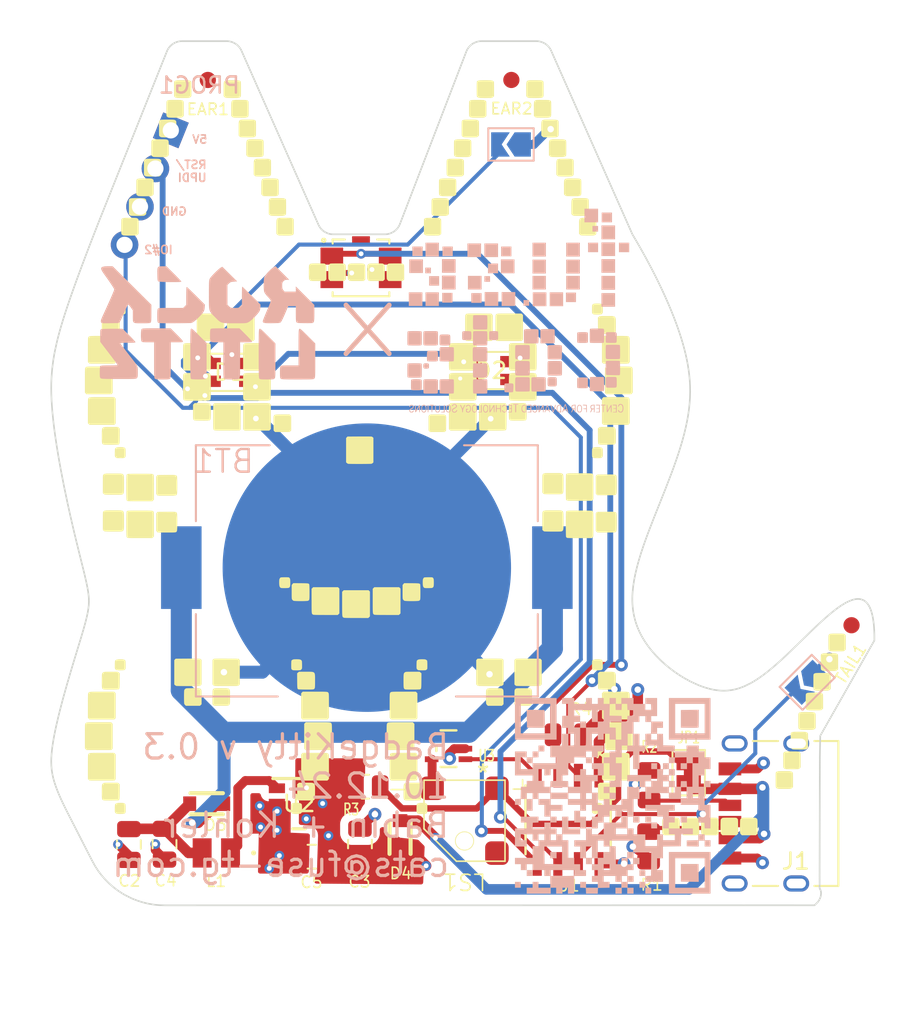
<source format=kicad_pcb>
(kicad_pcb (version 20240108) (generator "pcbnew") (generator_version "8.0")
  (layers (0 "F.Cu" mixed) (1 "In1.Cu" mixed) (2 "In2.Cu" mixed) (31 "B.Cu" mixed) (34 "B.Paste" user) (35 "F.Paste" user) (36 "B.SilkS" user "B.Silkscreen") (37 "F.SilkS" user "F.Silkscreen") (38 "B.Mask" user) (39 "F.Mask" user) (44 "Edge.Cuts" user))
  (net 0 "")
  (net 1 "GND")
  (net 2 "+5V")
  (net 3 "Net-(D1-DO)")
  (net 4 "+BATT")
  (net 6 "/PIN_1")
  (net 9 "/PIN_6")
  (net 10 "Net-(U2-SW)")
  (net 11 "/PIN_7")
  (net 12 "/PIN_2")
  (net 13 "/RST{slash}UPDI")
  (net 14 "Net-(J1-CC1)")
  (net 15 "Net-(J1-CC2)")
  (net 16 "Net-(D3-K)")
  (net 17 "VBUS")
  (net 18 "Net-(JP1-A)")
  (net 19 "Net-(LS1--)")
  (net 22 "/PIN_3")
  (footprint "UJC_HP2_3_SMT_TR:CUI_UJC-HP2-3-SMT-TR" (layer "F.Cu") (at 136.334032 127.256843 90)
    (property "Reference" "J1")
    (property "Value" "UJC-HP2-3-SMT-TR")
  )
  (footprint "Capacitor_SMD:C_0805_2012Metric" (layer "F.Cu") (at 97.349892 129.153005 -90)
    (property "Reference" "C4")
    (property "Value" "4.7uF")
  )
  (footprint "Resistor_SMD:R_0805_2012Metric" (layer "F.Cu") (at 122.237965 122.400053)
    (property "Reference" "R4")
    (property "Value" "5.1K")
  )
  (footprint "SD0805S040S0R5:SD0805" (layer "F.Cu") (at 111.884985 128.750356 90)
    (property "Reference" "D4")
    (property "Value" "SD0805S040S0R5" (hide yes))
  )
  (footprint "Resistor_SMD:R_0805_2012Metric" (layer "F.Cu") (at 127.254629 125.514545 -90)
    (property "Reference" "R2")
    (property "Value" "5.1K")
  )
  (footprint "Fiducial:Fiducial_1mm_Mask2mm" (layer "F.Cu") (at 118.75406 82)
    (property "Reference" "EAR2")
    (property "Value" "Fiducial")
  )
  (footprint "ATTINY412_SSNR:SOIC8_SA_SST_MCH" (layer "F.Cu") (at 122.256485 127.64697 -90)
    (property "Reference" "U1")
    (property "Value" "ATTINY412-SSNR")
  )
  (footprint "MK_Cards:KLJ-5030" (layer "F.Cu") (at 115.862173 127.702559 180)
    (property "Reference" "LS1")
    (property "Value" "KLJ-5030")
  )
  (footprint "Resistor_SMD:R_0805_2012Metric" (layer "F.Cu") (at 127.225324 129.288599 90)
    (property "Reference" "R1")
    (property "Value" "5.1K")
  )
  (footprint "Resistor_SMD:R_0805_2012Metric" (layer "F.Cu") (at 109.745003 125.602546 180)
    (property "Reference" "R3")
    (property "Value" "100")
  )
  (footprint "PTS840:SW_PTS840GMSMTRLFS" (layer "F.Cu") (at 109.474255 93.592968)
    (property "Reference" "S1" (hide yes))
    (property "Value" "PTS840_GM_SMTR_LFS")
  )
  (footprint "Capacitor_SMD:C_0805_2012Metric" (layer "F.Cu") (at 106.437851 129.924068 180)
    (property "Reference" "C5")
    (property "Value" "22uF")
  )
  (footprint "LED_SMD:LED_WS2812B-2020_PLCC4_2.0x2.0mm" (layer "F.Cu") (at 117.5003 99.929969 180)
    (property "Reference" "D2")
    (property "Value" "~")
  )
  (footprint "2SC4944_GR_TE85L_F:SOT-353   USV_TOS" (layer "F.Cu") (at 114.875472 123.259764 180)
    (property "Reference" "U3")
    (property "Value" "2SC4944-GRTE85L_F")
  )
  (footprint "Capacitor_SMD:C_0805_2012Metric" (layer "F.Cu") (at 109.409822 129.144695 90)
    (property "Reference" "C3")
    (property "Value" "10uF")
  )
  (footprint "Fiducial:Fiducial_1mm_Mask2mm" (layer "F.Cu") (at 100.021614 82)
    (property "Reference" "EAR1")
    (property "Value" "Fiducial")
  )
  (footprint "SD0805S040S0R5:SD0805" (layer "F.Cu") (at 99.952416 126.654069)
    (property "Reference" "D3")
    (property "Value" "SD0805S040S0R5" (hide yes))
  )
  (footprint "TPS613222ADBVR:DBV0005A_N" (layer "F.Cu") (at 105.658534 126.651493)
    (property "Reference" "U2")
    (property "Value" "TPS613222ADBVR")
  )
  (footprint "LED_SMD:LED_WS2812B-2020_PLCC4_2.0x2.0mm" (layer "F.Cu") (at 101.385493 100.041356 180)
    (property "Reference" "D1")
    (property "Value" "~")
  )
  (footprint "Fiducial:Fiducial_1mm_Mask2mm" (layer "F.Cu") (at 139.746526 115.642953)
    (property "Reference" "TAIL1")
    (property "Value" "Fiducial")
  )
  (footprint "LOGO" (layer "F.Cu") (at 115.699263 104.222502)
    (property "Reference" "G***" (hide yes))
    (property "Value" "LOGO" (hide yes))
  )
  (footprint "Capacitor_SMD:C_0805_2012Metric" (layer "F.Cu") (at 95.150061 129.170882 -90)
    (property "Reference" "C2")
    (property "Value" "10uF")
  )
  (footprint "Jumper:SolderJumper-2_P1.3mm_Bridged_Pad1.0x1.5mm" (layer "F.Cu") (at 129.697499 124.740731 -90)
    (property "Reference" "JP1")
    (property "Value" "SolderJumper_2_Bridged")
  )
  (footprint "MK_Cards:PinHeader_1x04_P2.54mm_Vertical_Stealth" (layer "F.Cu") (at 97.738012 85.108593 -22)
    (property "Reference" "PROG1")
    (property "Value" "Conn_01x04_Pin")
  )
  (footprint "DFE201612E_2R2M_P2:IND_DFE2016_MUR" (layer "F.Cu") (at 100.546813 129.691768 180)
    (property "Reference" "L1")
    (property "Value" "DFE201612E-2R2M=P2")
  )
  (footprint "Jumper:SolderJumper-2_P1.3mm_Open_TrianglePad1.0x1.5mm" (layer "B.Cu") (at 118.731431 85.979596 180)
    (property "Reference" "JP2" (hide yes))
    (property "Value" "SolderJumper_2_Open")
  )
  (footprint "Jumper:SolderJumper-2_P1.3mm_Open_TrianglePad1.0x1.5mm" (layer "B.Cu") (at 137.007584 119.164725 -135)
    (property "Reference" "JP3" (hide yes))
    (property "Value" "SolderJumper_2_Open")
  )
  (footprint "LOGO" (layer "B.Cu") (at 125.009944 126.167079 180)
    (property "Reference" "G***" (hide yes))
    (property "Value" "LOGO" (hide yes))
  )
  (footprint "LOGO" (layer "B.Cu") (at 118.844946 99.226216 180)
    (property "Reference" "G***" (hide yes))
    (property "Value" "LOGO" (hide yes))
  )
  (footprint "LOGO" (layer "B.Cu") (at 119.185615 92.9916 180)
    (property "Reference" "G***" (hide yes))
    (property "Value" "LOGO" (hide yes))
  )
  (footprint "LOGO" (layer "B.Cu") (at 99.8067 97.070011 180)
    (property "Reference" "G***" (hide yes))
    (property "Value" "LOGO" (hide yes))
  )
  (footprint "BAT-HLD-001:BAT_BAT-HLD-001" (layer "B.Cu") (at 109.834289 112.089549 180)
    (property "Reference" "BT1")
    (property "Value" "BAT-HLD-001")
  )
  (gr_poly (pts (xy 97.005547 132.913189) (xy 96.664726 132.877974) (xy 96.327442 132.819567) (xy 95.994881 132.738204) (xy 95.668236 132.634115) (xy 95.348797 132.507591) (xy 95.039162 132.35961) (xy 94.740837 132.191005) (xy 94.454845 132.00242) (xy 94.182213 131.79451) (xy 93.923977 131.567941) (xy 93.682079 131.324353) (xy 93.457817 131.065183) (xy 93.25193 130.791392) (xy 93.065155 130.503955) (xy 92.898231 130.203829) (xy 92.192543 128.825655) (xy 91.840557 128.138237) (xy 91.757805 127.976594) (xy 91.679905 127.824326) (xy 91.606613 127.680908) (xy 91.537693 127.545824) (xy 91.472916 127.418552) (xy 91.412048 127.29858) (xy 91.354847 127.185383) (xy 91.301079 127.078448) (xy 91.250511 126.977253) (xy 91.202904 126.88128) (xy 91.11565 126.702934) (xy 91.037426 126.539259) (xy 90.966358 126.386104) (xy 90.838158 126.09478) (xy 90.723663 125.813489) (xy 90.625408 125.547605) (xy 90.543392 125.295611) (xy 90.477463 125.055457) (xy 90.425957 124.817696) (xy 90.388699 124.575401) (xy 90.366062 124.32345) (xy 90.358433 124.056717) (xy 90.363312 123.831879) (xy 90.378384 123.589197) (xy 90.404194 123.326832) (xy 90.421257 123.187824) (xy 90.441135 123.043438) (xy 90.463848 122.893606) (xy 90.489388 122.738319) (xy 90.517735 122.577616) (xy 90.548859 122.411581) (xy 90.619183 122.064148) (xy 90.699757 121.697665) (xy 90.789772 121.31434) (xy 90.888241 120.91683) (xy 90.994072 120.508085) (xy 91.106064 120.091234) (xy 91.343452 119.24614) (xy 91.589726 118.40753) (xy 91.712692 117.998577) (xy 91.833649 117.600505) (xy 91.951164 117.216017) (xy 92.063858 116.847529) (xy 92.170387 116.497084) (xy 92.26947 116.166278) (xy 92.35994 115.856198) (xy 92.440712 115.567317) (xy 92.510864 115.299403) (xy 92.569618 115.051411) (xy 92.616375 114.821372) (xy 92.650745 114.606286) (xy 92.672565 114.40211) (xy 92.681869 114.203978) (xy 92.678871 114.006587) (xy 92.663921 113.80458) (xy 92.637505 113.592927) (xy 92.600174 113.367308) (xy 92.552551 113.124331) (xy 92.495312 112.861493) (xy 92.429188 112.577092) (xy 92.393036 112.426467) (xy 92.354954 112.27012) (xy 92.315044 112.108014) (xy 92.273411 111.94015) (xy 92.18541 111.58726) (xy 92.091835 111.211957) (xy 91.993576 110.815152) (xy 91.891544 110.398127) (xy 91.786682 109.96251) (xy 91.679916 109.510253) (xy 91.572174 109.043578) (xy 91.464378 108.564954) (xy 91.357452 108.077018) (xy 91.149715 107.084256) (xy 90.955719 106.087603) (xy 90.865822 105.594613) (xy 90.781593 105.108596) (xy 90.703686 104.631923) (xy 90.632687 104.166777) (xy 90.569115 103.71511) (xy 90.51342 103.278586) (xy 90.465973 102.8585) (xy 90.427059 102.455706) (xy 90.396843 102.070535) (xy 90.375389 101.702714) (xy 90.362633 101.351355) (xy 90.358433 101.015044) (xy 90.362251 100.703881) (xy 90.373535 100.40323) (xy 90.392029 100.111245) (xy 90.41748 99.826142) (xy 90.449642 99.546266) (xy 90.4883 99.2701) (xy 90.533245 98.996266) (xy 90.584301 98.723485) (xy 90.704025 98.176553) (xy 90.772385 97.900357) (xy 90.846218 97.621125) (xy 90.925396 97.338052) (xy 91.009796 97.050404) (xy 91.099312 96.757535) (xy 91.193851 96.458863) (xy 91.293316 96.153878) (xy 91.397629 95.842141) (xy 91.506714 95.523267) (xy 91.620514 95.196923) (xy 91.738983 94.862828) (xy 91.862053 94.520753) (xy 91.989689 94.170503) (xy 92.121857 93.811925) (xy 92.25853 93.444894) (xy 92.399677 93.069314) (xy 92.54528 92.685128) (xy 92.695328 92.292283) (xy 92.849792 91.890759) (xy 93.008682 91.480531) (xy 93.171989 91.061604) (xy 93.33971 90.633973) (xy 97.49633 80.234185) (xy 97.527281 80.164535) (xy 97.563037 80.098122) (xy 97.603344 80.035119) (xy 97.647944 79.975701) (xy 97.696583 79.920039) (xy 97.749003 79.868308) (xy 97.80495 79.820681) (xy 97.864166 79.777331) (xy 97.926397 79.738432) (xy 97.991386 79.704157) (xy 98.058877 79.67468) (xy 98.128614 79.650173) (xy 98.200341 79.63081) (xy 98.273802 79.616765) (xy 98.348742 79.608211) (xy 98.424904 79.605321) (xy 101.18523 79.605321) (xy 101.22222 79.606001) (xy 101.258962 79.608031) (xy 101.295426 79.611389) (xy 101.331584 79.616057) (xy 101.367406 79.622016) (xy 101.402862 79.629247) (xy 101.437922 79.63773) (xy 101.472558 79.647447) (xy 101.50674 79.658377) (xy 101.540438 79.670502) (xy 101.573623 79.683803) (xy 101.606265 79.69826) (xy 101.638335 79.713854) (xy 101.669803 79.730566) (xy 101.700639 79.748377) (xy 101.730815 79.767267) (xy 101.760301 79.787218) (xy 101.789067 79.808209) (xy 101.817084 79.830223) (xy 101.844321 79.853239) (xy 101.870751 79.877239) (xy 101.896343 79.902203) (xy 101.921067 79.928112) (xy 101.944895 79.954947) (xy 101.967796 79.982688) (xy 101.989741 80.011317) (xy 102.010701 80.040814) (xy 102.030647 80.07116) (xy 102.049548 80.102336) (xy 102.067375 80.134322) (xy 102.084099 80.1671) (xy 102.09969 80.20065) (xy 106.847366 90.929166) (xy 106.879682 90.995492) (xy 106.91641 91.058653) (xy 106.957316 91.118495) (xy 107.002163 91.174865) (xy 107.050716 91.227608) (xy 107.102737 91.276571) (xy 107.157992 91.3216) (xy 107.216243 91.362542) (xy 107.277256 91.399243) (xy 107.340793 91.431549) (xy 107.40662 91.459306) (xy 107.4745 91.482362) (xy 107.544196 91.500561) (xy 107.615473 91.513751) (xy 107.688095 91.521778) (xy 107.761826 91.524487) (xy 110.94536 91.524487) (xy 110.984007 91.523745) (xy 111.022372 91.521533) (xy 111.06042 91.517874) (xy 111.09812 91.512791) (xy 111.135437 91.506306) (xy 111.172341 91.498441) (xy 111.208797 91.48922) (xy 111.244772 91.478665) (xy 111.280234 91.466799) (xy 111.31515 91.453643) (xy 111.349488 91.439221) (xy 111.383213 91.423555) (xy 111.416293 91.406668) (xy 111.448696 91.388583) (xy 111.480388 91.369321) (xy 111.511337 91.348906) (xy 111.541509 91.32736) (xy 111.570872 91.304706) (xy 111.599393 91.280966) (xy 111.627039 91.256163) (xy 111.653777 91.230319) (xy 111.679574 91.203457) (xy 111.704398 91.1756) (xy 111.728215 91.146771) (xy 111.750992 91.116991) (xy 111.772698 91.086283) (xy 111.793297 91.05467) (xy 111.812759 91.022175) (xy 111.83105 90.98882) (xy 111.848137 90.954627) (xy 111.863986 90.91962) (xy 111.878567 90.88382) (xy 115.974747 80.24598) (xy 116.005177 80.175175) (xy 116.040555 80.107628) (xy 116.080617 80.043521) (xy 116.125099 79.983034) (xy 116.17374 79.926348) (xy 116.226275 79.873644) (xy 116.282442 79.825101) (xy 116.341977 79.780901) (xy 116.404618 79.741225) (xy 116.470101 79.706253) (xy 116.538163 79.676165) (xy 116.608542 79.651143) (xy 116.680973 79.631367) (xy 116.755194 79.617017) (xy 116.830942 79.608275) (xy 116.907953 79.605321) (xy 120.296989 79.605321) (xy 120.333979 79.606001) (xy 120.370721 79.60803) (xy 120.407185 79.611389) (xy 120.443343 79.616057) (xy 120.479165 79.622016) (xy 120.514621 79.629247) (xy 120.549682 79.63773) (xy 120.584318 79.647446) (xy 120.6185 79.658376) (xy 120.652198 79.670501) (xy 120.685383 79.683802) (xy 120.718025 79.698259) (xy 120.750095 79.713853) (xy 120.781563 79.730565) (xy 120.8124 79.748375) (xy 120.842576 79.767266) (xy 120.872062 79.787216) (xy 120.900828 79.808208) (xy 120.928844 79.830221) (xy 120.956082 79.853238) (xy 120.982512 79.877237) (xy 121.008104 79.902201) (xy 121.032828 79.92811) (xy 121.056656 79.954945) (xy 121.079558 79.982687) (xy 121.101503 80.011316) (xy 121.122464 80.040813) (xy 121.142409 80.071159) (xy 121.16131 80.102335) (xy 121.179137 80.134322) (xy 121.195861 80.1671) (xy 121.211452 80.20065) (xy 126.19784 91.468587) (xy 126.20409 91.482427) (xy 126.210549 91.496168) (xy 126.217215 91.509808) (xy 126.224087 91.523344) (xy 126.231164 91.536776) (xy 126.238445 91.5501) (xy 126.245928 91.563314) (xy 126.253613 91.576417) (xy 126.463269 91.931519) (xy 126.667196 92.284661) (xy 126.86541 92.635808) (xy 127.057926 92.98494) (xy 127.244758 93.332021) (xy 127.425927 93.67701) (xy 127.601437 94.019868) (xy 127.771297 94.360574) (xy 127.935494 94.699101) (xy 128.094005 95.035447) (xy 128.246793 95.369622) (xy 128.393792 95.701665) (xy 128.534924 96.031628) (xy 128.670074 96.359605) (xy 128.799107 96.685719) (xy 128.921842 97.010125) (xy 129.038078 97.333035) (xy 129.147564 97.654694) (xy 129.250008 97.975396) (xy 129.345079 98.295495) (xy 129.432391 98.615403) (xy 129.511513 98.935578) (xy 129.581951 99.25657) (xy 129.643163 99.578977) (xy 129.69453 99.903485) (xy 129.735376 100.230862) (xy 129.764937 100.561971) (xy 129.782412 100.897729) (xy 129.786993 101.239076) (xy 129.777955 101.586898) (xy 129.754698 101.941962) (xy 129.716831 102.304854) (xy 129.664201 102.675946) (xy 129.596884 103.055396) (xy 129.515175 103.443185) (xy 129.41955 103.839131) (xy 129.310659 104.242923) (xy 129.18929 104.654143) (xy 129.056376 105.072265) (xy 128.91297 105.496671) (xy 128.760251 105.926661) (xy 128.599503 106.361453) (xy 128.259584 107.241948) (xy 127.550549 109.01994) (xy 127.209316 109.90195) (xy 127.048458 110.337947) (xy 126.896576 110.769433) (xy 126.755487 111.195577) (xy 126.626984 111.615596) (xy 126.512836 112.028796) (xy 126.414803 112.434604) (xy 126.334654 112.832597) (xy 126.274168 113.222531) (xy 126.2351 113.604346) (xy 126.224121 113.792224) (xy 126.2191 113.978097) (xy 126.220211 114.161982) (xy 126.227607 114.343898) (xy 126.241425 114.523856) (xy 126.261767 114.701873) (xy 126.288718 114.877953) (xy 126.322329 115.052096) (xy 126.362621 115.224295) (xy 126.409594 115.394542) (xy 126.463217 115.562812) (xy 126.523432 115.729079) (xy 126.59016 115.893311) (xy 126.663293 116.055461) (xy 126.742699 116.215484) (xy 126.828226 116.373317) (xy 126.919698 116.528891) (xy 127.016915 116.682134) (xy 127.227701 116.981272) (xy 127.458643 117.269971) (xy 127.707592 117.547373) (xy 127.972254 117.812542) (xy 128.25025 118.064484) (xy 128.539196 118.302168) (xy 128.836712 118.524543) (xy 129.140467 118.730539) (xy 129.448196 118.919092) (xy 129.757728 119.089156) (xy 130.067023 119.239708) (xy 130.374249 119.369756) (xy 130.677875 119.478346) (xy 130.976786 119.564582) (xy 131.124252 119.599043) (xy 131.270346 119.627596) (xy 131.41509 119.650145) (xy 131.558517 119.666601) (xy 131.70071 119.676877) (xy 131.841763 119.680901) (xy 131.981801 119.678608) (xy 132.120942 119.669944) (xy 132.259335 119.654876) (xy 132.397126 119.633385) (xy 132.53446 119.605461) (xy 132.671479 119.571129) (xy 132.808317 119.530416) (xy 132.945098 119.483386) (xy 133.081941 119.430114) (xy 133.218955 119.37069) (xy 133.493842 119.233871) (xy 133.770393 119.074045) (xy 134.049047 118.892583) (xy 134.330038 118.691105) (xy 134.613394 118.471447) (xy 134.898962 118.235646) (xy 135.186452 117.985903) (xy 135.47543 117.724578) (xy 135.765366 117.454146) (xy 136.055645 117.177188) (xy 136.634406 116.614407) (xy 137.205442 116.058108) (xy 137.485866 115.789319) (xy 137.761649 115.530435) (xy 138.03183 115.284154) (xy 138.295464 115.053088) (xy 138.551601 114.839768) (xy 138.799342 114.646586) (xy 138.919791 114.558265) (xy 139.037823 114.475812) (xy 139.153332 114.399491) (xy 139.266228 114.329547) (xy 139.376415 114.266213) (xy 139.483809 114.20971) (xy 139.588331 114.160251) (xy 139.689902 114.118028) (xy 139.78845 114.083222) (xy 139.883908 114.056006) (xy 139.976219 114.036532) (xy 140.065326 114.024945) (xy 140.151171 114.021382) (xy 140.233711 114.02596) (xy 140.3129 114.038789) (xy 140.388702 114.059974) (xy 140.461081 114.089604) (xy 140.529999 114.127768) (xy 140.59543 114.174535) (xy 140.657352 114.229972) (xy 140.715736 114.294139) (xy 140.770563 114.367093) (xy 140.821814 114.448872) (xy 140.869478 114.539519) (xy 140.913538 114.639071) (xy 140.953988 114.74755) (xy 140.990809 114.864985) (xy 141.024007 114.991389) (xy 141.053566 115.126782) (xy 141.079482 115.271174) (xy 141.10176 115.424573) (xy 141.12039 115.586985) (xy 141.135372 115.75841) (xy 141.146707 115.938855) (xy 141.154393 116.12832) (xy 141.158432 116.326804) (xy 141.158432 116.580068) (xy 137.817516 122.461406) (xy 137.791742 123.741737) (xy 137.775029 131.06963) (xy 137.776414 131.567644) (xy 137.776414 131.86587) (xy 137.84165 132.002556) (xy 137.866502 132.120604) (xy 137.863396 132.241758) (xy 137.835437 132.412616) (xy 137.754668 132.592794) (xy 137.670792 132.717055) (xy 137.571384 132.816463) (xy 137.482873 132.904409) (xy 137.452472 132.922987) (xy 135.469391 132.922245) (xy 134.462825 132.921813) (xy 134.00042 132.921813) (xy 133.667577 132.921813) (xy 133.38388 132.921813) (xy 133.061926 132.922652) (xy 132.738299 132.921813) (xy 97.348717 132.924981)) (stroke (width 0.1)) (fill none) (layer "Edge.Cuts"))
  (gr_text "5V" (at 100.042856 85.960044 0) (layer "B.SilkS") (effects (font (size 0.5 0.5) (thickness 0.1)) (justify left bottom mirror)))
  (gr_text "RST/\nUPDI" (at 100.0025 88.325498 0) (layer "B.SilkS") (effects (font (size 0.5 0.5) (thickness 0.1)) (justify left bottom mirror)))
  (gr_text "X" (at 109.881502 97.513414 0) (layer "B.SilkS") (effects (font (size 3 4) (thickness 0.3) (bold yes)) (justify mirror)))
  (gr_text "BadgeKitty v 0.3\n10.12.24\nBabin + Kohler\ncats@fuse-tg.com" (at 115.040767 131.274469 0) (layer "B.SilkS") (effects (font (size 1.5 1.5) (thickness 0.2)) (justify left bottom mirror)))
  (gr_text "GND" (at 98.779586 90.402978 0) (layer "B.SilkS") (effects (font (size 0.5 0.5) (thickness 0.1)) (justify left bottom mirror)))
  (gr_text "IO#2" (at 97.910286 92.775135 0) (layer "B.SilkS") (effects (font (size 0.5 0.5) (thickness 0.1)) (justify left bottom mirror)))
  (segment (start 127.225324 129.981541) (end 126.251544 129.302441) (width 0.55) (layer "F.Cu") (net 1))
  (segment (start 127.225324 130.201099) (end 127.225324 129.981541) (width 0.55) (layer "F.Cu") (net 1))
  (segment (start 133.928886 130.006843) (end 134.213619 130.291576) (width 0.55) (layer "F.Cu") (net 1))
  (segment (start 134.249666 130.291576) (end 134.249666 130.327623) (width 0.55) (layer "F.Cu") (net 1))
  (segment (start 96.780056 129.145675) (end 96.780056 129.5133) (width 0.55) (layer "F.Cu") (net 1))
  (segment (start 96.923935 130.103005) (end 97.349892 130.103005) (width 0.55) (layer "F.Cu") (net 1))
  (segment (start 114.938467 123.864283) (end 114.938467 123.541268) (width 0.55) (layer "F.Cu") (net 1))
  (segment (start 134.213619 130.291576) (end 134.249666 130.291576) (width 0.55) (layer "F.Cu") (net 1))
  (segment (start 127.249661 124.602045) (end 127.254629 124.602045) (width 0.55) (layer "F.Cu") (net 1))
  (segment (start 110.295852 127.308665) (end 109.409822 128.194695) (width 0.55) (layer "F.Cu") (net 1))
  (segment (start 103.979547 126.651493) (end 104.297197 127.114156) (width 0.4) (layer "F.Cu") (net 1))
  (segment (start 108.900621 93.910133) (end 108.08209 93.910133) (width 0.36) (layer "F.Cu") (net 1))
  (segment (start 104.289017 128.29087) (end 104.283533 128.285386) (width 0.4) (layer "F.Cu") (net 1))
  (segment (start 119.292542 99.164388) (end 119.292542 99.156044) (width 0.36) (layer "F.Cu") (net 1))
  (segment (start 110.772364 94.317968) (end 111.274255 94.317968) (width 0.36) (layer "F.Cu") (net 1))
  (segment (start 118.4153 99.379969) (end 119.076961 99.379969) (width 0.36) (layer "F.Cu") (net 1))
  (segment (start 124.161485 130.37112) (end 125.698362 130.37112) (width 0.55) (layer "F.Cu") (net 1))
  (segment (start 119.076961 99.379969) (end 119.292542 99.164388) (width 0.36) (layer "F.Cu") (net 1))
  (segment (start 132.244032 124.506843) (end 133.942561 124.506843) (width 0.55) (layer "F.Cu") (net 1))
  (segment (start 104.297197 127.114156) (end 104.283533 126.651493) (width 0.4) (layer "F.Cu") (net 1))
  (segment (start 125.708589 130.360893) (end 125.708589 130.355449) (width 0.55) (layer "F.Cu") (net 1))
  (segment (start 119.300886 99.156044) (end 119.292542 99.164388) (width 0.36) (layer "F.Cu") (net 1))
  (segment (start 94.477385 129.162728) (end 95.150061 129.835404) (width 0.55) (layer "F.Cu") (net 1))
  (segment (start 101.505246 98.944873) (end 101.473656 98.944873) (width 0.36) (layer "F.Cu") (net 1))
  (segment (start 114.938467 123.541268) (end 115.219971 123.259764) (width 0.55) (layer "F.Cu") (net 1))
  (segment (start 125.698362 130.37112) (end 125.708589 130.360893) (width 0.55) (layer "F.Cu") (net 1))
  (segment (start 102.300493 99.491356) (end 102.020139 99.491356) (width 0.36) (layer "F.Cu") (net 1))
  (segment (start 95.150061 129.835404) (end 95.150061 130.120882) (width 0.55) (layer "F.Cu") (net 1))
  (segment (start 133.942561 124.506843) (end 134.310797 124.138607) (width 0.55) (layer "F.Cu") (net 1))
  (segment (start 101.505246 98.976463) (end 101.505246 98.944873) (width 0.36) (layer "F.Cu") (net 1))
  (segment (start 134.249666 130.327623) (end 134.207115 130.285072) (width 0.55) (layer "F.Cu") (net 1))
  (segment (start 110.150406 93.69601) (end 110.150406 93.769243) (width 0.36) (layer "F.Cu") (net 1))
  (segment (start 110.150406 93.69601) (end 110.772364 94.317968) (width 0.36) (layer "F.Cu") (net 1))
  (segment (start 101.473656 98.944873) (end 101.473656 98.944873) (width 0.36) (layer "F.Cu") (net 1))
  (segment (start 119.292542 99.156044) (end 119.300886 99.156044) (width 0.36) (layer "F.Cu") (net 1))
  (segment (start 134.310797 124.138607) (end 134.365369 124.084035) (width 0.55) (layer "F.Cu") (net 1))
  (segment (start 126.393327 125.458379) (end 127.249661 124.602045) (width 0.55) (layer "F.Cu") (net 1))
  (segment (start 108.08209 93.910133) (end 107.674255 94.317968) (width 0.36) (layer "F.Cu") (net 1))
  (segment (start 96.780056 129.5133) (end 97.146848 129.880092) (width 0.55) (layer "F.Cu") (net 1))
  (segment (start 125.708589 130.355449) (end 125.714033 130.355449) (width 0.55) (layer "F.Cu") (net 1))
  (segment (start 102.020139 99.491356) (end 101.505246 98.976463) (width 0.36) (layer "F.Cu") (net 1))
  (segment (start 115.219971 123.259764) (end 115.916872 123.259764) (width 0.55) (layer "F.Cu") (net 1))
  (segment (start 132.244032 130.006843) (end 133.928886 130.006843) (width 0.55) (layer "F.Cu") (net 1))
  (segment (start 110.332994 127.308665) (end 110.295852 127.308665) (width 0.55) (layer "F.Cu") (net 1))
  (segment (start 125.714033 130.355449) (end 125.741249 130.328233) (width 0.55) (layer "F.Cu") (net 1))
  (via (at 134.249666 130.291576) (size 0.8) (drill 0.4) (layers "F.Cu" "B.Cu") (net 1))
  (via (at 138.381108 117.735428) (size 0.8) (drill 0.4) (layers "F.Cu" "B.Cu") (net 1))
  (via (at 96.780056 129.145675) (size 0.6) (drill 0.3) (layers "F.Cu" "B.Cu") (net 1))
  (via (at 110.332994 127.308665) (size 0.8) (drill 0.4) (layers "F.Cu" "B.Cu") (net 1))
  (via (at 121.17953 85.034291) (size 0.8) (drill 0.4) (layers "F.Cu" "B.Cu") (net 1))
  (via (at 126.393327 125.458379) (size 0.8) (drill 0.4) (layers "F.Cu" "B.Cu") (net 1))
  (via (at 117.405569 118.665945) (size 0.8) (drill 0.4) (layers "F.Cu" "B.Cu") (net 1))
  (via (at 125.708589 130.355449) (size 0.8) (drill 0.4) (layers "F.Cu" "B.Cu") (net 1))
  (via (at 134.310797 124.138607) (size 0.8) (drill 0.4) (layers "F.Cu" "B.Cu") (net 1))
  (via (at 101.505246 98.944873) (size 0.6) (drill 0.3) (layers "F.Cu" "B.Cu") (net 1))
  (via (at 108.900621 93.910133) (size 0.6) (drill 0.3) (layers "F.Cu" "B.Cu") (net 1))
  (via (at 104.435973 129.856249) (size 0.6) (drill 0.3) (layers "F.Cu" "B.Cu") (net 1))
  (via (at 103.221773 126.78715) (size 0.6) (drill 0.3) (layers "F.Cu" "B.Cu") (net 1))
  (via (at 119.292542 99.156044) (size 0.6) (drill 0.3) (layers "F.Cu" "B.Cu") (net 1))
  (via (at 94.477385 129.162728) (size 0.6) (drill 0.3) (layers "F.Cu" "B.Cu") (net 1))
  (via (at 104.297197 127.114156) (size 0.6) (drill 0.3) (layers "F.Cu" "B.Cu") (net 1))
  (via (at 103.810624 130.646736) (size 0.6) (drill 0.3) (layers "F.Cu" "B.Cu") (net 1))
  (via (at 101.014466 118.538056) (size 0.8) (drill 0.4) (layers "F.Cu" "B.Cu") (net 1))
  (via (at 117.476905 102.901215) (size 0.7) (drill 0.35) (layers "F.Cu" "B.Cu") (net 1))
  (via (at 126.251544 129.302441) (size 0.8) (drill 0.4) (layers "F.Cu" "B.Cu") (net 1))
  (via (at 104.289017 128.29087) (size 0.6) (drill 0.3) (layers "F.Cu" "B.Cu") (net 1))
  (via (at 114.938467 123.864283) (size 0.8) (drill 0.4) (layers "F.Cu" "B.Cu") (net 1))
  (via (at 103.277433 128.095176) (size 0.6) (drill 0.3) (layers "F.Cu" "B.Cu") (net 1))
  (via (at 102.987548 102.889241) (size 0.7) (drill 0.35) (layers "F.Cu" "B.Cu") (net 1))
  (via (at 110.150406 93.69601) (size 0.6) (drill 0.3) (layers "F.Cu" "B.Cu") (net 1))
  (segment (start 102.987548 102.889241) (end 102.987548 102.846449) (width 0.36) (layer "B.Cu") (net 1))
  (segment (start 109.834289 112.089549) (end 110.946884 112.089549) (width 0.36) (layer "B.Cu") (net 1))
  (segment (start 101.014466 118.538056) (end 101.035781 118.580685) (width 0.55) (layer "B.Cu") (net 1))
  (segment (start 109.834289 112.089549) (end 109.834289 112.148133) (width 0.36) (layer "B.Cu") (net 1))
  (segment (start 109.834289 112.089549) (end 109.834289 109.629761) (width 0.8) (layer "B.Cu") (net 1))
  (segment (start 121.17953 84.937336) (end 121.058337 85.058529) (width 0.55) (layer "B.Cu") (net 1))
  (segment (start 117.40557 118.665945) (end 117.426884 118.687259) (width 0.55) (layer "B.Cu") (net 1))
  (segment (start 121.082575 85.034291) (end 121.17953 85.034291) (width 0.55) (layer "B.Cu") (net 1))
  (segment (start 109.834289 109.629761) (end 103.093769 102.889241) (width 0.8) (layer "B.Cu") (net 1))
  (segment (start 137.520236 118.5963) (end 138.381108 117.735428) (width 0.55) (layer "B.Cu") (net 1))
  (segment (start 117.405569 118.665945) (end 117.40557 118.665945) (width 0.55) (layer "B.Cu") (net 1))
  (segment (start 103.093769 102.889241) (end 102.987548 102.889241) (width 0.65) (layer "B.Cu") (net 1))
  (segment (start 109.834289 112.089549) (end 109.834289 110.543831) (width 0.8) (layer "B.Cu") (net 1))
  (segment (start 117.405569 118.665944) (end 117.405569 118.665945) (width 0.55) (layer "B.Cu") (net 1))
  (segment (start 120.13727 85.979596) (end 121.082575 85.034291) (width 0.55) (layer "B.Cu") (net 1))
  (segment (start 109.834289 110.543831) (end 117.476905 102.901215) (width 0.8) (layer "B.Cu") (net 1))
  (segment (start 110.829174 112.089549) (end 117.405569 118.665944) (width 0.8) (layer "B.Cu") (net 1))
  (segment (start 121.17953 85.034291) (end 121.17953 84.937336) (width 0.55) (layer "B.Cu") (net 1))
  (segment (start 109.834289 112.089549) (end 103.385782 118.538056) (width 0.8) (layer "B.Cu") (net 1))
  (segment (start 103.385782 118.538056) (end 101.014466 118.538056) (width 0.8) (layer "B.Cu") (net 1))
  (segment (start 109.834289 112.089549) (end 107.566305 112.089549) (width 0.36) (layer "B.Cu") (net 1))
  (segment (start 137.520236 118.652073) (end 137.520236 118.5963) (width 0.55) (layer "B.Cu") (net 1))
  (segment (start 138.381108 117.735428) (end 138.407122 117.865496) (width 0.55) (layer "B.Cu") (net 1))
  (segment (start 119.456431 85.979596) (end 120.13727 85.979596) (width 0.55) (layer "B.Cu") (net 1))
  (segment (start 112.8093 129.800356) (end 111.884985 129.800356) (width 0.65) (layer "F.Cu") (net 2))
  (segment (start 124.161485 124.92282) (end 124.161485 122.815067) (width 0.65) (layer "F.Cu") (net 2))
  (segment (start 113.493906 130.484962) (end 112.8093 129.800356) (width 0.65) (layer "F.Cu") (net 2))
  (segment (start 107.387851 129.924068) (end 107.387851 128.708875) (width 0.36) (layer "F.Cu") (net 2))
  (segment (start 107.105925 126.639541) (end 107.105925 125.773884) (width 0.65) (layer "F.Cu") (net 2))
  (segment (start 100.191521 100.591356) (end 100.470493 100.591356) (width 0.36) (layer "F.Cu") (net 2))
  (segment (start 116.31656 100.479969) (end 116.5853 100.479969) (width 0.36) (layer "F.Cu") (net 2))
  (segment (start 124.161485 122.815067) (end 126.553378 120.423174) (width 0.65) (layer "F.Cu") (net 2))
  (segment (start 116.256095 100.419504) (end 116.31656 100.479969) (width 0.36) (layer "F.Cu") (net 2))
  (segment (start 115.598787 100.419504) (end 116.256095 100.419504) (width 0.36) (layer "F.Cu") (net 2))
  (segment (start 125.113941 119.585566) (end 125.113941 120.436577) (width 0.65) (layer "F.Cu") (net 2))
  (segment (start 99.874627 100.274462) (end 100.191521 100.591356) (width 0.36) (layer "F.Cu") (net 2))
  (segment (start 107.387851 128.708875) (end 107.468462 128.628264) (width 0.36) (layer "F.Cu") (net 2))
  (segment (start 126.553378 120.423174) (end 126.553378 119.615194) (width 0.65) (layer "F.Cu") (net 2))
  (segment (start 107.387851 129.924068) (end 107.079101 129.924068) (width 0.36) (layer "F.Cu") (net 2))
  (segment (start 107.105925 125.773884) (end 107.033533 125.701492) (width 0.65) (layer "F.Cu") (net 2))
  (segment (start 125.113941 120.436577) (end 123.150465 122.400053) (width 0.65) (layer "F.Cu") (net 2))
  (via (at 115.598787 100.419504) (size 0.55) (drill 0.25) (layers "F.Cu" "B.Cu") (net 2))
  (via (at 107.105925 126.639541) (size 0.6) (drill 0.3) (layers "F.Cu" "B.Cu") (net 2))
  (via (at 99.874627 100.274462) (size 0.6) (drill 0.3) (layers "F.Cu" "B.Cu") (net 2))
  (via (at 107.468462 128.628264) (size 0.6) (drill 0.3) (layers "F.Cu" "B.Cu") (net 2))
  (via (at 113.493906 130.484962) (size 0.6) (drill 0.3) (layers "F.Cu" "B.Cu") (net 2))
  (via (at 126.553378 119.615194) (size 0.8) (drill 0.4) (layers "F.Cu" "B.Cu") (net 2))
  (via (at 125.113941 119.585566) (size 0.8) (drill 0.4) (layers "F.Cu" "B.Cu") (net 2))
  (via (at 106.112615 125.672956) (size 0.6) (drill 0.3) (layers "F.Cu" "B.Cu") (net 2))
  (via (at 106.097414 127.588302) (size 0.6) (drill 0.3) (layers "F.Cu" "B.Cu") (net 2))
  (segment (start 102.959521 100.935229) (end 102.935865 100.911573) (width 0.36) (layer "F.Cu") (net 3))
  (segment (start 102.300493 100.591356) (end 102.615648 100.591356) (width 0.36) (layer "F.Cu") (net 3))
  (segment (start 102.951636 100.927344) (end 102.959521 100.927344) (width 0.36) (layer "F.Cu") (net 3))
  (segment (start 116.170634 99.379969) (end 116.5853 99.379969) (width 0.36) (layer "F.Cu") (net 3))
  (segment (start 115.81346 99.390545) (end 115.754804 99.331889) (width 0.36) (layer "F.Cu") (net 3))
  (segment (start 115.81346 99.390545) (end 116.160058 99.390545) (width 0.36) (layer "F.Cu") (net 3))
  (segment (start 116.160058 99.390545) (end 116.170634 99.379969) (width 0.36) (layer "F.Cu") (net 3))
  (segment (start 102.615648 100.591356) (end 102.951636 100.927344) (width 0.36) (layer "F.Cu") (net 3))
  (segment (start 102.959521 100.927344) (end 102.959521 100.935229) (width 0.36) (layer "F.Cu") (net 3))
  (via (at 102.959521 100.927344) (size 0.6) (drill 0.3) (layers "F.Cu" "B.Cu") (net 3))
  (via (at 115.81346 99.390545) (size 0.6) (drill 0.3) (layers "F.Cu" "B.Cu") (net 3))
  (segment (start 115.81346 99.390545) (end 115.322085 98.89917) (width 0.36) (layer "B.Cu") (net 3))
  (segment (start 104.987695 98.89917) (end 102.959521 100.927344) (width 0.36) (layer "B.Cu") (net 3))
  (segment (start 115.322085 98.89917) (end 104.987695 98.89917) (width 0.36) (layer "B.Cu") (net 3))
  (segment (start 100.598466 126.654069) (end 101.002416 126.654069) (width 0.65) (layer "F.Cu") (net 4))
  (segment (start 99.426011 127.830474) (end 100.118681 127.137804) (width 0.65) (layer "F.Cu") (net 4))
  (segment (start 100.118681 127.137804) (end 100.118681 127.133854) (width 0.65) (layer "F.Cu") (net 4))
  (segment (start 100.118681 127.133854) (end 100.598466 126.654069) (width 0.65) (layer "F.Cu") (net 4))
  (segment (start 99.055888 127.830474) (end 99.426011 127.830474) (width 0.65) (layer "F.Cu") (net 4))
  (via (at 99.055888 127.830474) (size 0.8) (drill 0.4) (layers "F.Cu" "B.Cu") (net 4))
  (segment (start 121.284289 112.627556) (end 121.773293 113.11656) (width 0.36) (layer "B.Cu") (net 4))
  (segment (start 101.023735 122.246652) (end 100.971421 122.246652) (width 1.3) (layer "B.Cu") (net 4))
  (segment (start 121.284289 117.085615) (end 121.284289 112.089549) (width 1.3) (layer "B.Cu") (net 4))
  (segment (start 100.971421 122.246652) (end 98.384289 119.65952) (width 1.3) (layer "B.Cu") (net 4))
  (segment (start 99.100544 127.830474) (end 101.023735 125.907283) (width 0.8) (layer "B.Cu") (net 4))
  (segment (start 101.023735 122.246652) (end 116.123252 122.246652) (width 1.3) (layer "B.Cu") (net 4))
  (segment (start 98.384289 112.089549) (end 98.384289 110.789312) (width 0.36) (layer "B.Cu") (net 4))
  (segment (start 98.384289 119.65952) (end 98.384289 112.089549) (width 1.3) (layer "B.Cu") (net 4))
  (segment (start 116.123252 122.246652) (end 121.284289 117.085615) (width 1.3) (layer "B.Cu") (net 4))
  (segment (start 101.023735 125.907283) (end 101.023735 122.246652) (width 0.8) (layer "B.Cu") (net 4))
  (segment (start 99.055888 127.830474) (end 99.100544 127.830474) (width 0.8) (layer "B.Cu") (net 4))
  (segment (start 119.338428 123.909763) (end 115.916872 123.909763) (width 0.25) (layer "F.Cu") (net 6))
  (segment (start 120.351485 124.92282) (end 119.338428 123.909763) (width 0.25) (layer "F.Cu") (net 6))
  (segment (start 122.267231 124.298566) (end 122.891485 124.92282) (width 0.25) (layer "F.Cu") (net 9))
  (segment (start 123.734353 119.05648) (end 122.267231 120.523602) (width 0.25) (layer "F.Cu") (net 9))
  (segment (start 122.267231 120.523602) (end 122.267231 124.298566) (width 0.25) (layer "F.Cu") (net 9))
  (segment (start 99.398252 99.146265) (end 100.125402 99.146265) (width 0.36) (layer "F.Cu") (net 9))
  (segment (start 100.125402 99.146265) (end 100.470493 99.491356) (width 0.36) (layer "F.Cu") (net 9))
  (via (at 99.398252 99.146265) (size 0.6) (drill 0.3) (layers "F.Cu" "B.Cu") (net 9))
  (via (at 123.734353 119.05648) (size 0.8) (drill 0.4) (layers "F.Cu" "B.Cu") (net 9))
  (segment (start 118.700581 95.855146) (end 102.741431 95.855146) (width 0.36) (layer "B.Cu") (net 9))
  (segment (start 124.859506 117.869475) (end 124.859506 102.014071) (width 0.36) (layer "B.Cu") (net 9))
  (segment (start 124.859506 102.014071) (end 118.700581 95.855146) (width 0.36) (layer "B.Cu") (net 9))
  (segment (start 123.734353 119.05648) (end 123.734353 118.994628) (width 0.36) (layer "B.Cu") (net 9))
  (segment (start 99.398252 99.146265) (end 99.463079 99.146265) (width 0.36) (layer "B.Cu") (net 9))
  (segment (start 99.398252 99.198325) (end 99.398252 99.146265) (width 0.36) (layer "B.Cu") (net 9))
  (segment (start 123.734353 118.994628) (end 124.859506 117.869475) (width 0.36) (layer "B.Cu") (net 9))
  (segment (start 102.741431 95.855146) (end 99.398252 99.198325) (width 0.36) (layer "B.Cu") (net 9))
  (segment (start 101.423113 129.691768) (end 101.872085 129.242796) (width 0.55) (layer "F.Cu") (net 10))
  (segment (start 103.80902 125.226979) (end 104.283533 125.701492) (width 0.55) (layer "F.Cu") (net 10))
  (segment (start 102.336584 125.226979) (end 103.80902 125.226979) (width 0.55) (layer "F.Cu") (net 10))
  (segment (start 101.872085 129.242796) (end 101.872085 125.691478) (width 0.55) (layer "F.Cu") (net 10))
  (segment (start 101.872085 125.691478) (end 102.336584 125.226979) (width 0.55) (layer "F.Cu") (net 10))
  (segment (start 123.74104 118.088833) (end 121.325465 120.504408) (width 0.36) (layer "F.Cu") (net 11))
  (segment (start 107.674255 92.867968) (end 107.818002 92.724221) (width 0.36) (layer "F.Cu") (net 11))
  (segment (start 125.541965 118.088833) (end 123.74104 118.088833) (width 0.36) (layer "F.Cu") (net 11))
  (segment (start 121.621485 122.696073) (end 121.325465 122.400053) (width 0.25) (layer "F.Cu") (net 11))
  (segment (start 121.621485 124.92282) (end 121.621485 122.696073) (width 0.25) (layer "F.Cu") (net 11))
  (segment (start 107.818002 92.724221) (end 111.130508 92.724221) (width 0.36) (layer "F.Cu") (net 11))
  (segment (start 121.325465 120.504408) (end 121.325465 122.400053) (width 0.36) (layer "F.Cu") (net 11))
  (segment (start 111.130508 92.724221) (end 111.274255 92.867968) (width 0.36) (layer "F.Cu") (net 11))
  (via (at 125.541965 118.088833) (size 0.8) (drill 0.4) (layers "F.Cu" "B.Cu") (net 11))
  (via (at 109.480121 92.724221) (size 0.6) (drill 0.3) (layers "F.Cu" "B.Cu") (net 11))
  (segment (start 116.660218 92.724221) (end 109.480121 92.724221) (width 0.36) (layer "B.Cu") (net 11))
  (segment (start 125.541965 101.605968) (end 116.660218 92.724221) (width 0.36) (layer "B.Cu") (net 11))
  (segment (start 125.541965 118.088833) (end 125.541965 101.605968) (width 0.36) (layer "B.Cu") (net 11))
  (segment (start 116.906299 128.331968) (end 118.312333 128.331968) (width 0.36) (layer "F.Cu") (net 12))
  (segment (start 118.103499 128.331968) (end 116.906299 128.331968) (width 0.25) (layer "F.Cu") (net 12))
  (segment (start 118.312333 128.331968) (end 120.351485 130.37112) (width 0.36) (layer "F.Cu") (net 12))
  (via (at 116.906299 128.331968) (size 0.8) (drill 0.4) (layers "F.Cu" "B.Cu") (net 12))
  (segment (start 98.872175 102.228656) (end 99.294633 101.806198) (width 0.25) (layer "B.Cu") (net 12))
  (segment (start 112.360343 92.156775) (end 107.167445 92.156775) (width 0.25) (layer "B.Cu") (net 12))
  (segment (start 94.947701 98.695258) (end 94.947701 92.237925) (width 0.25) (layer "B.Cu") (net 12))
  (segment (start 94.62744 91.917664) (end 94.88351 92.173734) (width 0.25) (layer "B.Cu") (net 12))
  (segment (start 98.872175 102.228656) (end 98.481099 102.228656) (width 0.25) (layer "B.Cu") (net 12))
  (segment (start 105.645279 92.156775) (end 107.167445 92.156775) (width 0.25) (layer "B.Cu") (net 12))
  (segment (start 99.294633 100.46779) (end 98.48398 99.657137) (width 0.25) (layer "B.Cu") (net 12))
  (segment (start 99.294633 101.806198) (end 99.294633 100.46779) (width 0.25) (layer "B.Cu") (net 12))
  (segment (start 98.481099 102.228656) (end 94.947701 98.695258) (width 0.25) (layer "B.Cu") (net 12))
  (segment (start 116.906299 128.331968) (end 116.931275 128.306992) (width 0.25) (layer "B.Cu") (net 12))
  (segment (start 116.931275 123.855792) (end 123.040281 117.746786) (width 0.25) (layer "B.Cu") (net 12))
  (segment (start 98.48398 99.318074) (end 105.645279 92.156775) (width 0.25) (layer "B.Cu") (net 12))
  (segment (start 123.040281 104.054782) (end 121.214155 102.228656) (width 0.25) (layer "B.Cu") (net 12))
  (segment (start 98.48398 99.657137) (end 98.48398 99.318074) (width 0.25) (layer "B.Cu") (net 12))
  (segment (start 118.006431 85.979596) (end 118.006431 86.510687) (width 0.25) (layer "B.Cu") (net 12))
  (segment (start 94.947701 92.237925) (end 94.88351 92.173734) (width 0.25) (layer "B.Cu") (net 12))
  (segment (start 123.040281 117.746786) (end 123.040281 104.054782) (width 0.25) (layer "B.Cu") (net 12))
  (segment (start 121.214155 102.228656) (end 98.872175 102.228656) (width 0.25) (layer "B.Cu") (net 12))
  (segment (start 116.931275 128.306992) (end 116.931275 123.855792) (width 0.25) (layer "B.Cu") (net 12))
  (segment (start 118.006431 86.510687) (end 112.360343 92.156775) (width 0.25) (layer "B.Cu") (net 12))
  (segment (start 120.855885 129.41587) (end 121.621485 130.18147) (width 0.25) (layer "F.Cu") (net 13))
  (segment (start 98.769633 101.056104) (end 99.425999 101.056104) (width 0.36) (layer "F.Cu") (net 13))
  (segment (start 118.080184 127.482774) (end 118.258699 127.482774) (width 0.25) (layer "F.Cu") (net 13))
  (segment (start 121.621485 130.18147) (end 121.621485 130.37112) (width 0.25) (layer "F.Cu") (net 13))
  (segment (start 118.258699 127.482774) (end 120.191795 129.41587) (width 0.25) (layer "F.Cu") (net 13))
  (segment (start 120.191795 129.41587) (end 120.855885 129.41587) (width 0.25) (layer "F.Cu") (net 13))
  (segment (start 99.425999 101.056104) (end 99.838443 101.468548) (width 0.36) (layer "F.Cu") (net 13))
  (via (at 99.838443 101.468548) (size 0.6) (drill 0.3) (layers "F.Cu" "B.Cu") (net 13))
  (via (at 98.769633 101.056104) (size 0.6) (drill 0.3) (layers "F.Cu" "B.Cu") (net 13))
  (via (at 118.080184 127.482774) (size 0.8) (drill 0.4) (layers "F.Cu" "B.Cu") (net 13))
  (segment (start 123.586157 117.931159) (end 123.586157 103.605166) (width 0.36) (layer "B.Cu") (net 13))
  (segment (start 118.080184 127.482774) (end 118.080184 123.437132) (width 0.36) (layer "B.Cu") (net 13))
  (segment (start 99.994831 101.624936) (end 99.838443 101.468548) (width 0.36) (layer "B.Cu") (net 13))
  (segment (start 103.082173 101.624936) (end 99.994831 101.624936) (width 0.36) (layer "B.Cu") (net 13))
  (segment (start 98.725686 101.056104) (end 97.232443 99.562861) (width 0.36) (layer "B.Cu") (net 13))
  (segment (start 121.285943 101.304952) (end 103.402157 101.304952) (width 0.36) (layer "B.Cu") (net 13))
  (segment (start 97.232443 99.562861) (end 97.232443 87.909572) (width 0.36) (layer "B.Cu") (net 13))
  (segment (start 103.402157 101.304952) (end 103.082173 101.624936) (width 0.36) (layer "B.Cu") (net 13))
  (segment (start 99.838443 101.468548) (end 99.729479 101.624936) (width 0.36) (layer "B.Cu") (net 13))
  (segment (start 118.080184 123.437132) (end 123.586157 117.931159) (width 0.36) (layer "B.Cu") (net 13))
  (segment (start 123.586157 103.605166) (end 121.285943 101.304952) (width 0.36) (layer "B.Cu") (net 13))
  (segment (start 98.769633 101.056104) (end 98.725686 101.056104) (width 0.36) (layer "B.Cu") (net 13))
  (segment (start 97.232443 87.909572) (end 96.786511 87.46364) (width 0.25) (layer "B.Cu") (net 13))
  (segment (start 127.225324 128.376099) (end 127.447996 128.153427) (width 0.25) (layer "F.Cu") (net 14))
  (segment (start 131.847448 128.153427) (end 132.244032 127.756843) (width 0.25) (layer "F.Cu") (net 14))
  (segment (start 127.447996 128.153427) (end 131.847448 128.153427) (width 0.25) (layer "F.Cu") (net 14))
  (segment (start 127.292006 126.464422) (end 131.951611 126.464422) (width 0.25) (layer "F.Cu") (net 15))
  (segment (start 131.951611 126.464422) (end 132.244032 126.756843) (width 0.25) (layer "F.Cu") (net 15))
  (segment (start 127.254629 126.427045) (end 127.292006 126.464422) (width 0.25) (layer "F.Cu") (net 15))
  (segment (start 98.838655 129.691768) (end 97.349892 128.203005) (width 0.65) (layer "F.Cu") (net 16))
  (segment (start 95.123144 128.193965) (end 95.150061 128.220882) (width 0.25) (layer "F.Cu") (net 16))
  (segment (start 99.670513 129.691768) (end 98.838655 129.691768) (width 0.65) (layer "F.Cu") (net 16))
  (segment (start 97.35348 128.203005) (end 98.902416 126.654069) (width 0.65) (layer "F.Cu") (net 16))
  (segment (start 97.349892 128.203005) (end 97.35348 128.203005) (width 0.65) (layer "F.Cu") (net 16))
  (segment (start 97.349892 128.203005) (end 95.167938 128.203005) (width 0.65) (layer "F.Cu") (net 16))
  (segment (start 112.99347 127.700356) (end 111.884985 127.700356) (width 0.65) (layer "F.Cu") (net 17))
  (segment (start 132.244032 125.736843) (end 130.043611 125.736843) (width 0.65) (layer "F.Cu") (net 17))
  (segment (start 114.06937 128.776256) (end 112.99347 127.700356) (width 0.65) (layer "F.Cu") (net 17))
  (segment (start 134.249666 125.649879) (end 134.249666 125.620927) (width 0.65) (layer "F.Cu") (net 17))
  (segment (start 134.249666 125.620927) (end 134.247303 125.62329) (width 0.65) (layer "F.Cu") (net 17))
  (segment (start 134.067645 128.776843) (end 134.327678 128.51681) (width 0.65) (layer "F.Cu") (net 17))
  (segment (start 132.244032 125.736843) (end 134.13375 125.736843) (width 0.65) (layer "F.Cu") (net 17))
  (segment (start 134.327678 128.51681) (end 134.34718 128.51681) (width 0.65) (layer "F.Cu") (net 17))
  (segment (start 132.244032 128.776843) (end 134.067645 128.776843) (width 0.65) (layer "F.Cu") (net 17))
  (segment (start 134.34718 128.497308) (end 134.327678 128.51681) (width 0.65) (layer "F.Cu") (net 17))
  (segment (start 134.13375 125.736843) (end 134.220714 125.649879) (width 0.65) (layer "F.Cu") (net 17))
  (segment (start 134.220714 125.649879) (end 134.249666 125.649879) (width 0.65) (layer "F.Cu") (net 17))
  (segment (start 130.043611 125.736843) (end 129.697499 125.390731) (width 0.65) (layer "F.Cu") (net 17))
  (segment (start 134.34718 128.51681) (end 134.34718 128.497308) (width 0.65) (layer "F.Cu") (net 17))
  (via (at 134.249666 125.649879) (size 0.8) (drill 0.4) (layers "F.Cu" "B.Cu") (net 17))
  (via (at 114.06937 128.776256) (size 0.6) (drill 0.3) (layers "F.Cu" "B.Cu") (net 17))
  (via (at 134.34718 128.51681) (size 0.8) (drill 0.4) (layers "F.Cu" "B.Cu") (net 17))
  (segment (start 134.34718 125.747393) (end 134.249666 125.649879) (width 0.65) (layer "B.Cu") (net 17))
  (segment (start 117.218965 131.937908) (end 129.714471 131.937908) (width 0.65) (layer "B.Cu") (net 17))
  (segment (start 114.06937 128.788313) (end 117.218965 131.937908) (width 0.65) (layer "B.Cu") (net 17))
  (segment (start 134.34718 128.51681) (end 134.34718 125.747393) (width 0.65) (layer "B.Cu") (net 17))
  (segment (start 114.06937 128.776256) (end 114.06937 128.788313) (width 0.65) (layer "B.Cu") (net 17))
  (segment (start 129.714471 131.937908) (end 134.249666 127.402713) (width 0.65) (layer "B.Cu") (net 17))
  (segment (start 134.249666 127.402713) (end 134.249666 125.649879) (width 0.65) (layer "B.Cu") (net 17))
  (segment (start 116.620419 126.944313) (end 111.99927 126.944313) (width 0.4) (layer "F.Cu") (net 18))
  (segment (start 129.697499 124.090731) (end 129.697499 123.960301) (width 0.25) (layer "F.Cu") (net 18))
  (segment (start 128.465232 123.436424) (end 126.18264 123.436424) (width 0.4) (layer "F.Cu") (net 18))
  (segment (start 111.99927 126.944313) (end 110.657503 125.602546) (width 0.4) (layer "F.Cu") (net 18))
  (segment (start 123.72295 127.903222) (end 120.062836 127.903222) (width 0.4) (layer "F.Cu") (net 18))
  (segment (start 126.18264 123.436424) (end 125.336506 124.282558) (width 0.4) (layer "F.Cu") (net 18))
  (segment (start 118.281591 125.283141) (end 117.862173 125.702559) (width 0.4) (layer "F.Cu") (net 18))
  (segment (start 129.697499 123.960301) (end 128.989109 123.960301) (width 0.4) (layer "F.Cu") (net 18))
  (segment (start 128.989109 123.960301) (end 128.465232 123.436424) (width 0.4) (layer "F.Cu") (net 18))
  (segment (start 117.862173 125.702559) (end 116.620419 126.944313) (width 0.4) (layer "F.Cu") (net 18))
  (segment (start 125.336506 124.282558) (end 125.336506 126.289666) (width 0.4) (layer "F.Cu") (net 18))
  (segment (start 120.062836 127.903222) (end 117.862173 125.702559) (width 0.4) (layer "F.Cu") (net 18))
  (segment (start 125.336506 126.289666) (end 123.72295 127.903222) (width 0.4) (layer "F.Cu") (net 18))
  (segment (start 113.862173 125.702559) (end 113.862173 123.937864) (width 0.55) (layer "F.Cu") (net 19))
  (segment (start 113.862173 123.937864) (end 113.834072 123.909763) (width 0.55) (layer "F.Cu") (net 19))
  (segment (start 125.56015 127.251605) (end 122.891485 129.92027) (width 0.25) (layer "F.Cu") (net 22))
  (segment (start 122.891485 129.92027) (end 122.891485 130.37112) (width 0.25) (layer "F.Cu") (net 22))
  (segment (start 125.602786 127.294241) (end 125.56015 127.251605) (width 0.25) (layer "F.Cu") (net 22))
  (segment (start 130.566327 127.294241) (end 125.602786 127.294241) (width 0.25) (layer "F.Cu") (net 22))
  (via (at 130.566327 127.294241) (size 0.8) (drill 0.4) (layers "F.Cu" "B.Cu") (net 22))
  (segment (start 130.566327 127.294241) (end 130.566327 126.787685) (width 0.25) (layer "B.Cu") (net 22))
  (segment (start 136.241042 119.677377) (end 136.494932 119.677377) (width 0.25) (layer "B.Cu") (net 22))
  (segment (start 133.807874 123.546138) (end 133.807874 122.110545) (width 0.25) (layer "B.Cu") (net 22))
  (segment (start 130.566327 126.787685) (end 133.807874 123.546138) (width 0.25) (layer "B.Cu") (net 22))
  (segment (start 133.807874 122.110545) (end 136.241042 119.677377) (width 0.25) (layer "B.Cu") (net 22))
  (zone (net 1) (net_name "GND") (layer "F.Cu") (priority 3) (connect_pads yes (clearance 0.5)) (min_thickness 0.25) (fill yes (thermal_gap 0.5) (thermal_bridge_width 0.5))
    (polygon (pts (xy 105.147729 125.828485) (xy 101.242583 125.754404) (xy 101.263775 128.500321) (xy 103.167415 128.50052) (xy 103.115688 130.964018) (xy 106.248679 130.964018) (xy 106.322447 128.495414) (xy 105.129356 128.443001)))
  )
  (zone (net 2) (net_name "+5V") (layer "F.Cu") (priority 2) (connect_pads yes (clearance 0.5)) (min_thickness 0.25) (fill yes (thermal_gap 0.5) (thermal_bridge_width 0.5))
    (polygon (pts (xy 105.422888 123.849455) (xy 107.65232 123.852831) (xy 108.85957 123.852831) (xy 109.729543 123.863358) (xy 109.729543 125.100912) (xy 109.713878 126.604776) (xy 109.171974 126.606011) (xy 109.711368 126.596993) (xy 109.672034 127.403671) (xy 110.037558 127.411221) (xy 111.884985 128.750356) (xy 113.417328 128.925609) (xy 113.3079 131.63547) (xy 106.605023 131.584068) (xy 106.587023 128.27317) (xy 105.401722 128.283753)))
  )
)
</source>
